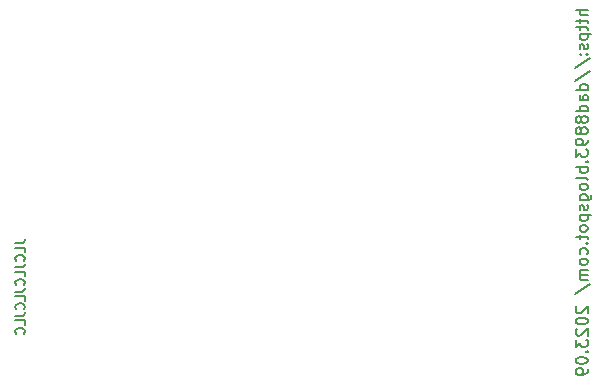
<source format=gbo>
G04 #@! TF.GenerationSoftware,KiCad,Pcbnew,7.0.7*
G04 #@! TF.CreationDate,2023-09-02T18:43:39+09:00*
G04 #@! TF.ProjectId,3340VCO_Panel,33333430-5643-44f5-9f50-616e656c2e6b,rev?*
G04 #@! TF.SameCoordinates,Original*
G04 #@! TF.FileFunction,Legend,Bot*
G04 #@! TF.FilePolarity,Positive*
%FSLAX46Y46*%
G04 Gerber Fmt 4.6, Leading zero omitted, Abs format (unit mm)*
G04 Created by KiCad (PCBNEW 7.0.7) date 2023-09-02 18:43:39*
%MOMM*%
%LPD*%
G01*
G04 APERTURE LIST*
%ADD10C,0.150000*%
%ADD11C,7.500000*%
%ADD12C,6.200000*%
%ADD13C,3.200000*%
%ADD14C,2.500000*%
%ADD15C,9.300000*%
G04 APERTURE END LIST*
D10*
X93684295Y-153917731D02*
X94255723Y-153917731D01*
X94255723Y-153917731D02*
X94370009Y-153879636D01*
X94370009Y-153879636D02*
X94446200Y-153803445D01*
X94446200Y-153803445D02*
X94484295Y-153689160D01*
X94484295Y-153689160D02*
X94484295Y-153612969D01*
X94484295Y-154679636D02*
X94484295Y-154298684D01*
X94484295Y-154298684D02*
X93684295Y-154298684D01*
X94408104Y-155403446D02*
X94446200Y-155365350D01*
X94446200Y-155365350D02*
X94484295Y-155251065D01*
X94484295Y-155251065D02*
X94484295Y-155174874D01*
X94484295Y-155174874D02*
X94446200Y-155060588D01*
X94446200Y-155060588D02*
X94370009Y-154984398D01*
X94370009Y-154984398D02*
X94293819Y-154946303D01*
X94293819Y-154946303D02*
X94141438Y-154908207D01*
X94141438Y-154908207D02*
X94027152Y-154908207D01*
X94027152Y-154908207D02*
X93874771Y-154946303D01*
X93874771Y-154946303D02*
X93798580Y-154984398D01*
X93798580Y-154984398D02*
X93722390Y-155060588D01*
X93722390Y-155060588D02*
X93684295Y-155174874D01*
X93684295Y-155174874D02*
X93684295Y-155251065D01*
X93684295Y-155251065D02*
X93722390Y-155365350D01*
X93722390Y-155365350D02*
X93760485Y-155403446D01*
X93684295Y-155974874D02*
X94255723Y-155974874D01*
X94255723Y-155974874D02*
X94370009Y-155936779D01*
X94370009Y-155936779D02*
X94446200Y-155860588D01*
X94446200Y-155860588D02*
X94484295Y-155746303D01*
X94484295Y-155746303D02*
X94484295Y-155670112D01*
X94484295Y-156736779D02*
X94484295Y-156355827D01*
X94484295Y-156355827D02*
X93684295Y-156355827D01*
X94408104Y-157460589D02*
X94446200Y-157422493D01*
X94446200Y-157422493D02*
X94484295Y-157308208D01*
X94484295Y-157308208D02*
X94484295Y-157232017D01*
X94484295Y-157232017D02*
X94446200Y-157117731D01*
X94446200Y-157117731D02*
X94370009Y-157041541D01*
X94370009Y-157041541D02*
X94293819Y-157003446D01*
X94293819Y-157003446D02*
X94141438Y-156965350D01*
X94141438Y-156965350D02*
X94027152Y-156965350D01*
X94027152Y-156965350D02*
X93874771Y-157003446D01*
X93874771Y-157003446D02*
X93798580Y-157041541D01*
X93798580Y-157041541D02*
X93722390Y-157117731D01*
X93722390Y-157117731D02*
X93684295Y-157232017D01*
X93684295Y-157232017D02*
X93684295Y-157308208D01*
X93684295Y-157308208D02*
X93722390Y-157422493D01*
X93722390Y-157422493D02*
X93760485Y-157460589D01*
X93684295Y-158032017D02*
X94255723Y-158032017D01*
X94255723Y-158032017D02*
X94370009Y-157993922D01*
X94370009Y-157993922D02*
X94446200Y-157917731D01*
X94446200Y-157917731D02*
X94484295Y-157803446D01*
X94484295Y-157803446D02*
X94484295Y-157727255D01*
X94484295Y-158793922D02*
X94484295Y-158412970D01*
X94484295Y-158412970D02*
X93684295Y-158412970D01*
X94408104Y-159517732D02*
X94446200Y-159479636D01*
X94446200Y-159479636D02*
X94484295Y-159365351D01*
X94484295Y-159365351D02*
X94484295Y-159289160D01*
X94484295Y-159289160D02*
X94446200Y-159174874D01*
X94446200Y-159174874D02*
X94370009Y-159098684D01*
X94370009Y-159098684D02*
X94293819Y-159060589D01*
X94293819Y-159060589D02*
X94141438Y-159022493D01*
X94141438Y-159022493D02*
X94027152Y-159022493D01*
X94027152Y-159022493D02*
X93874771Y-159060589D01*
X93874771Y-159060589D02*
X93798580Y-159098684D01*
X93798580Y-159098684D02*
X93722390Y-159174874D01*
X93722390Y-159174874D02*
X93684295Y-159289160D01*
X93684295Y-159289160D02*
X93684295Y-159365351D01*
X93684295Y-159365351D02*
X93722390Y-159479636D01*
X93722390Y-159479636D02*
X93760485Y-159517732D01*
X93684295Y-160089160D02*
X94255723Y-160089160D01*
X94255723Y-160089160D02*
X94370009Y-160051065D01*
X94370009Y-160051065D02*
X94446200Y-159974874D01*
X94446200Y-159974874D02*
X94484295Y-159860589D01*
X94484295Y-159860589D02*
X94484295Y-159784398D01*
X94484295Y-160851065D02*
X94484295Y-160470113D01*
X94484295Y-160470113D02*
X93684295Y-160470113D01*
X94408104Y-161574875D02*
X94446200Y-161536779D01*
X94446200Y-161536779D02*
X94484295Y-161422494D01*
X94484295Y-161422494D02*
X94484295Y-161346303D01*
X94484295Y-161346303D02*
X94446200Y-161232017D01*
X94446200Y-161232017D02*
X94370009Y-161155827D01*
X94370009Y-161155827D02*
X94293819Y-161117732D01*
X94293819Y-161117732D02*
X94141438Y-161079636D01*
X94141438Y-161079636D02*
X94027152Y-161079636D01*
X94027152Y-161079636D02*
X93874771Y-161117732D01*
X93874771Y-161117732D02*
X93798580Y-161155827D01*
X93798580Y-161155827D02*
X93722390Y-161232017D01*
X93722390Y-161232017D02*
X93684295Y-161346303D01*
X93684295Y-161346303D02*
X93684295Y-161422494D01*
X93684295Y-161422494D02*
X93722390Y-161536779D01*
X93722390Y-161536779D02*
X93760485Y-161574875D01*
X142129819Y-134176779D02*
X141129819Y-134176779D01*
X142129819Y-134605350D02*
X141606009Y-134605350D01*
X141606009Y-134605350D02*
X141510771Y-134557731D01*
X141510771Y-134557731D02*
X141463152Y-134462493D01*
X141463152Y-134462493D02*
X141463152Y-134319636D01*
X141463152Y-134319636D02*
X141510771Y-134224398D01*
X141510771Y-134224398D02*
X141558390Y-134176779D01*
X141463152Y-134938684D02*
X141463152Y-135319636D01*
X141129819Y-135081541D02*
X141986961Y-135081541D01*
X141986961Y-135081541D02*
X142082200Y-135129160D01*
X142082200Y-135129160D02*
X142129819Y-135224398D01*
X142129819Y-135224398D02*
X142129819Y-135319636D01*
X141463152Y-135510113D02*
X141463152Y-135891065D01*
X141129819Y-135652970D02*
X141986961Y-135652970D01*
X141986961Y-135652970D02*
X142082200Y-135700589D01*
X142082200Y-135700589D02*
X142129819Y-135795827D01*
X142129819Y-135795827D02*
X142129819Y-135891065D01*
X141463152Y-136224399D02*
X142463152Y-136224399D01*
X141510771Y-136224399D02*
X141463152Y-136319637D01*
X141463152Y-136319637D02*
X141463152Y-136510113D01*
X141463152Y-136510113D02*
X141510771Y-136605351D01*
X141510771Y-136605351D02*
X141558390Y-136652970D01*
X141558390Y-136652970D02*
X141653628Y-136700589D01*
X141653628Y-136700589D02*
X141939342Y-136700589D01*
X141939342Y-136700589D02*
X142034580Y-136652970D01*
X142034580Y-136652970D02*
X142082200Y-136605351D01*
X142082200Y-136605351D02*
X142129819Y-136510113D01*
X142129819Y-136510113D02*
X142129819Y-136319637D01*
X142129819Y-136319637D02*
X142082200Y-136224399D01*
X142082200Y-137081542D02*
X142129819Y-137176780D01*
X142129819Y-137176780D02*
X142129819Y-137367256D01*
X142129819Y-137367256D02*
X142082200Y-137462494D01*
X142082200Y-137462494D02*
X141986961Y-137510113D01*
X141986961Y-137510113D02*
X141939342Y-137510113D01*
X141939342Y-137510113D02*
X141844104Y-137462494D01*
X141844104Y-137462494D02*
X141796485Y-137367256D01*
X141796485Y-137367256D02*
X141796485Y-137224399D01*
X141796485Y-137224399D02*
X141748866Y-137129161D01*
X141748866Y-137129161D02*
X141653628Y-137081542D01*
X141653628Y-137081542D02*
X141606009Y-137081542D01*
X141606009Y-137081542D02*
X141510771Y-137129161D01*
X141510771Y-137129161D02*
X141463152Y-137224399D01*
X141463152Y-137224399D02*
X141463152Y-137367256D01*
X141463152Y-137367256D02*
X141510771Y-137462494D01*
X142034580Y-137938685D02*
X142082200Y-137986304D01*
X142082200Y-137986304D02*
X142129819Y-137938685D01*
X142129819Y-137938685D02*
X142082200Y-137891066D01*
X142082200Y-137891066D02*
X142034580Y-137938685D01*
X142034580Y-137938685D02*
X142129819Y-137938685D01*
X141510771Y-137938685D02*
X141558390Y-137986304D01*
X141558390Y-137986304D02*
X141606009Y-137938685D01*
X141606009Y-137938685D02*
X141558390Y-137891066D01*
X141558390Y-137891066D02*
X141510771Y-137938685D01*
X141510771Y-137938685D02*
X141606009Y-137938685D01*
X141082200Y-139129160D02*
X142367914Y-138272018D01*
X141082200Y-140176779D02*
X142367914Y-139319637D01*
X142129819Y-140938684D02*
X141129819Y-140938684D01*
X142082200Y-140938684D02*
X142129819Y-140843446D01*
X142129819Y-140843446D02*
X142129819Y-140652970D01*
X142129819Y-140652970D02*
X142082200Y-140557732D01*
X142082200Y-140557732D02*
X142034580Y-140510113D01*
X142034580Y-140510113D02*
X141939342Y-140462494D01*
X141939342Y-140462494D02*
X141653628Y-140462494D01*
X141653628Y-140462494D02*
X141558390Y-140510113D01*
X141558390Y-140510113D02*
X141510771Y-140557732D01*
X141510771Y-140557732D02*
X141463152Y-140652970D01*
X141463152Y-140652970D02*
X141463152Y-140843446D01*
X141463152Y-140843446D02*
X141510771Y-140938684D01*
X142129819Y-141843446D02*
X141606009Y-141843446D01*
X141606009Y-141843446D02*
X141510771Y-141795827D01*
X141510771Y-141795827D02*
X141463152Y-141700589D01*
X141463152Y-141700589D02*
X141463152Y-141510113D01*
X141463152Y-141510113D02*
X141510771Y-141414875D01*
X142082200Y-141843446D02*
X142129819Y-141748208D01*
X142129819Y-141748208D02*
X142129819Y-141510113D01*
X142129819Y-141510113D02*
X142082200Y-141414875D01*
X142082200Y-141414875D02*
X141986961Y-141367256D01*
X141986961Y-141367256D02*
X141891723Y-141367256D01*
X141891723Y-141367256D02*
X141796485Y-141414875D01*
X141796485Y-141414875D02*
X141748866Y-141510113D01*
X141748866Y-141510113D02*
X141748866Y-141748208D01*
X141748866Y-141748208D02*
X141701247Y-141843446D01*
X142129819Y-142748208D02*
X141129819Y-142748208D01*
X142082200Y-142748208D02*
X142129819Y-142652970D01*
X142129819Y-142652970D02*
X142129819Y-142462494D01*
X142129819Y-142462494D02*
X142082200Y-142367256D01*
X142082200Y-142367256D02*
X142034580Y-142319637D01*
X142034580Y-142319637D02*
X141939342Y-142272018D01*
X141939342Y-142272018D02*
X141653628Y-142272018D01*
X141653628Y-142272018D02*
X141558390Y-142319637D01*
X141558390Y-142319637D02*
X141510771Y-142367256D01*
X141510771Y-142367256D02*
X141463152Y-142462494D01*
X141463152Y-142462494D02*
X141463152Y-142652970D01*
X141463152Y-142652970D02*
X141510771Y-142748208D01*
X141558390Y-143367256D02*
X141510771Y-143272018D01*
X141510771Y-143272018D02*
X141463152Y-143224399D01*
X141463152Y-143224399D02*
X141367914Y-143176780D01*
X141367914Y-143176780D02*
X141320295Y-143176780D01*
X141320295Y-143176780D02*
X141225057Y-143224399D01*
X141225057Y-143224399D02*
X141177438Y-143272018D01*
X141177438Y-143272018D02*
X141129819Y-143367256D01*
X141129819Y-143367256D02*
X141129819Y-143557732D01*
X141129819Y-143557732D02*
X141177438Y-143652970D01*
X141177438Y-143652970D02*
X141225057Y-143700589D01*
X141225057Y-143700589D02*
X141320295Y-143748208D01*
X141320295Y-143748208D02*
X141367914Y-143748208D01*
X141367914Y-143748208D02*
X141463152Y-143700589D01*
X141463152Y-143700589D02*
X141510771Y-143652970D01*
X141510771Y-143652970D02*
X141558390Y-143557732D01*
X141558390Y-143557732D02*
X141558390Y-143367256D01*
X141558390Y-143367256D02*
X141606009Y-143272018D01*
X141606009Y-143272018D02*
X141653628Y-143224399D01*
X141653628Y-143224399D02*
X141748866Y-143176780D01*
X141748866Y-143176780D02*
X141939342Y-143176780D01*
X141939342Y-143176780D02*
X142034580Y-143224399D01*
X142034580Y-143224399D02*
X142082200Y-143272018D01*
X142082200Y-143272018D02*
X142129819Y-143367256D01*
X142129819Y-143367256D02*
X142129819Y-143557732D01*
X142129819Y-143557732D02*
X142082200Y-143652970D01*
X142082200Y-143652970D02*
X142034580Y-143700589D01*
X142034580Y-143700589D02*
X141939342Y-143748208D01*
X141939342Y-143748208D02*
X141748866Y-143748208D01*
X141748866Y-143748208D02*
X141653628Y-143700589D01*
X141653628Y-143700589D02*
X141606009Y-143652970D01*
X141606009Y-143652970D02*
X141558390Y-143557732D01*
X141558390Y-144319637D02*
X141510771Y-144224399D01*
X141510771Y-144224399D02*
X141463152Y-144176780D01*
X141463152Y-144176780D02*
X141367914Y-144129161D01*
X141367914Y-144129161D02*
X141320295Y-144129161D01*
X141320295Y-144129161D02*
X141225057Y-144176780D01*
X141225057Y-144176780D02*
X141177438Y-144224399D01*
X141177438Y-144224399D02*
X141129819Y-144319637D01*
X141129819Y-144319637D02*
X141129819Y-144510113D01*
X141129819Y-144510113D02*
X141177438Y-144605351D01*
X141177438Y-144605351D02*
X141225057Y-144652970D01*
X141225057Y-144652970D02*
X141320295Y-144700589D01*
X141320295Y-144700589D02*
X141367914Y-144700589D01*
X141367914Y-144700589D02*
X141463152Y-144652970D01*
X141463152Y-144652970D02*
X141510771Y-144605351D01*
X141510771Y-144605351D02*
X141558390Y-144510113D01*
X141558390Y-144510113D02*
X141558390Y-144319637D01*
X141558390Y-144319637D02*
X141606009Y-144224399D01*
X141606009Y-144224399D02*
X141653628Y-144176780D01*
X141653628Y-144176780D02*
X141748866Y-144129161D01*
X141748866Y-144129161D02*
X141939342Y-144129161D01*
X141939342Y-144129161D02*
X142034580Y-144176780D01*
X142034580Y-144176780D02*
X142082200Y-144224399D01*
X142082200Y-144224399D02*
X142129819Y-144319637D01*
X142129819Y-144319637D02*
X142129819Y-144510113D01*
X142129819Y-144510113D02*
X142082200Y-144605351D01*
X142082200Y-144605351D02*
X142034580Y-144652970D01*
X142034580Y-144652970D02*
X141939342Y-144700589D01*
X141939342Y-144700589D02*
X141748866Y-144700589D01*
X141748866Y-144700589D02*
X141653628Y-144652970D01*
X141653628Y-144652970D02*
X141606009Y-144605351D01*
X141606009Y-144605351D02*
X141558390Y-144510113D01*
X142129819Y-145176780D02*
X142129819Y-145367256D01*
X142129819Y-145367256D02*
X142082200Y-145462494D01*
X142082200Y-145462494D02*
X142034580Y-145510113D01*
X142034580Y-145510113D02*
X141891723Y-145605351D01*
X141891723Y-145605351D02*
X141701247Y-145652970D01*
X141701247Y-145652970D02*
X141320295Y-145652970D01*
X141320295Y-145652970D02*
X141225057Y-145605351D01*
X141225057Y-145605351D02*
X141177438Y-145557732D01*
X141177438Y-145557732D02*
X141129819Y-145462494D01*
X141129819Y-145462494D02*
X141129819Y-145272018D01*
X141129819Y-145272018D02*
X141177438Y-145176780D01*
X141177438Y-145176780D02*
X141225057Y-145129161D01*
X141225057Y-145129161D02*
X141320295Y-145081542D01*
X141320295Y-145081542D02*
X141558390Y-145081542D01*
X141558390Y-145081542D02*
X141653628Y-145129161D01*
X141653628Y-145129161D02*
X141701247Y-145176780D01*
X141701247Y-145176780D02*
X141748866Y-145272018D01*
X141748866Y-145272018D02*
X141748866Y-145462494D01*
X141748866Y-145462494D02*
X141701247Y-145557732D01*
X141701247Y-145557732D02*
X141653628Y-145605351D01*
X141653628Y-145605351D02*
X141558390Y-145652970D01*
X141129819Y-145986304D02*
X141129819Y-146605351D01*
X141129819Y-146605351D02*
X141510771Y-146272018D01*
X141510771Y-146272018D02*
X141510771Y-146414875D01*
X141510771Y-146414875D02*
X141558390Y-146510113D01*
X141558390Y-146510113D02*
X141606009Y-146557732D01*
X141606009Y-146557732D02*
X141701247Y-146605351D01*
X141701247Y-146605351D02*
X141939342Y-146605351D01*
X141939342Y-146605351D02*
X142034580Y-146557732D01*
X142034580Y-146557732D02*
X142082200Y-146510113D01*
X142082200Y-146510113D02*
X142129819Y-146414875D01*
X142129819Y-146414875D02*
X142129819Y-146129161D01*
X142129819Y-146129161D02*
X142082200Y-146033923D01*
X142082200Y-146033923D02*
X142034580Y-145986304D01*
X142034580Y-147033923D02*
X142082200Y-147081542D01*
X142082200Y-147081542D02*
X142129819Y-147033923D01*
X142129819Y-147033923D02*
X142082200Y-146986304D01*
X142082200Y-146986304D02*
X142034580Y-147033923D01*
X142034580Y-147033923D02*
X142129819Y-147033923D01*
X142129819Y-147510113D02*
X141129819Y-147510113D01*
X141510771Y-147510113D02*
X141463152Y-147605351D01*
X141463152Y-147605351D02*
X141463152Y-147795827D01*
X141463152Y-147795827D02*
X141510771Y-147891065D01*
X141510771Y-147891065D02*
X141558390Y-147938684D01*
X141558390Y-147938684D02*
X141653628Y-147986303D01*
X141653628Y-147986303D02*
X141939342Y-147986303D01*
X141939342Y-147986303D02*
X142034580Y-147938684D01*
X142034580Y-147938684D02*
X142082200Y-147891065D01*
X142082200Y-147891065D02*
X142129819Y-147795827D01*
X142129819Y-147795827D02*
X142129819Y-147605351D01*
X142129819Y-147605351D02*
X142082200Y-147510113D01*
X142129819Y-148557732D02*
X142082200Y-148462494D01*
X142082200Y-148462494D02*
X141986961Y-148414875D01*
X141986961Y-148414875D02*
X141129819Y-148414875D01*
X142129819Y-149081542D02*
X142082200Y-148986304D01*
X142082200Y-148986304D02*
X142034580Y-148938685D01*
X142034580Y-148938685D02*
X141939342Y-148891066D01*
X141939342Y-148891066D02*
X141653628Y-148891066D01*
X141653628Y-148891066D02*
X141558390Y-148938685D01*
X141558390Y-148938685D02*
X141510771Y-148986304D01*
X141510771Y-148986304D02*
X141463152Y-149081542D01*
X141463152Y-149081542D02*
X141463152Y-149224399D01*
X141463152Y-149224399D02*
X141510771Y-149319637D01*
X141510771Y-149319637D02*
X141558390Y-149367256D01*
X141558390Y-149367256D02*
X141653628Y-149414875D01*
X141653628Y-149414875D02*
X141939342Y-149414875D01*
X141939342Y-149414875D02*
X142034580Y-149367256D01*
X142034580Y-149367256D02*
X142082200Y-149319637D01*
X142082200Y-149319637D02*
X142129819Y-149224399D01*
X142129819Y-149224399D02*
X142129819Y-149081542D01*
X141463152Y-150272018D02*
X142272676Y-150272018D01*
X142272676Y-150272018D02*
X142367914Y-150224399D01*
X142367914Y-150224399D02*
X142415533Y-150176780D01*
X142415533Y-150176780D02*
X142463152Y-150081542D01*
X142463152Y-150081542D02*
X142463152Y-149938685D01*
X142463152Y-149938685D02*
X142415533Y-149843447D01*
X142082200Y-150272018D02*
X142129819Y-150176780D01*
X142129819Y-150176780D02*
X142129819Y-149986304D01*
X142129819Y-149986304D02*
X142082200Y-149891066D01*
X142082200Y-149891066D02*
X142034580Y-149843447D01*
X142034580Y-149843447D02*
X141939342Y-149795828D01*
X141939342Y-149795828D02*
X141653628Y-149795828D01*
X141653628Y-149795828D02*
X141558390Y-149843447D01*
X141558390Y-149843447D02*
X141510771Y-149891066D01*
X141510771Y-149891066D02*
X141463152Y-149986304D01*
X141463152Y-149986304D02*
X141463152Y-150176780D01*
X141463152Y-150176780D02*
X141510771Y-150272018D01*
X142082200Y-150700590D02*
X142129819Y-150795828D01*
X142129819Y-150795828D02*
X142129819Y-150986304D01*
X142129819Y-150986304D02*
X142082200Y-151081542D01*
X142082200Y-151081542D02*
X141986961Y-151129161D01*
X141986961Y-151129161D02*
X141939342Y-151129161D01*
X141939342Y-151129161D02*
X141844104Y-151081542D01*
X141844104Y-151081542D02*
X141796485Y-150986304D01*
X141796485Y-150986304D02*
X141796485Y-150843447D01*
X141796485Y-150843447D02*
X141748866Y-150748209D01*
X141748866Y-150748209D02*
X141653628Y-150700590D01*
X141653628Y-150700590D02*
X141606009Y-150700590D01*
X141606009Y-150700590D02*
X141510771Y-150748209D01*
X141510771Y-150748209D02*
X141463152Y-150843447D01*
X141463152Y-150843447D02*
X141463152Y-150986304D01*
X141463152Y-150986304D02*
X141510771Y-151081542D01*
X141463152Y-151557733D02*
X142463152Y-151557733D01*
X141510771Y-151557733D02*
X141463152Y-151652971D01*
X141463152Y-151652971D02*
X141463152Y-151843447D01*
X141463152Y-151843447D02*
X141510771Y-151938685D01*
X141510771Y-151938685D02*
X141558390Y-151986304D01*
X141558390Y-151986304D02*
X141653628Y-152033923D01*
X141653628Y-152033923D02*
X141939342Y-152033923D01*
X141939342Y-152033923D02*
X142034580Y-151986304D01*
X142034580Y-151986304D02*
X142082200Y-151938685D01*
X142082200Y-151938685D02*
X142129819Y-151843447D01*
X142129819Y-151843447D02*
X142129819Y-151652971D01*
X142129819Y-151652971D02*
X142082200Y-151557733D01*
X142129819Y-152605352D02*
X142082200Y-152510114D01*
X142082200Y-152510114D02*
X142034580Y-152462495D01*
X142034580Y-152462495D02*
X141939342Y-152414876D01*
X141939342Y-152414876D02*
X141653628Y-152414876D01*
X141653628Y-152414876D02*
X141558390Y-152462495D01*
X141558390Y-152462495D02*
X141510771Y-152510114D01*
X141510771Y-152510114D02*
X141463152Y-152605352D01*
X141463152Y-152605352D02*
X141463152Y-152748209D01*
X141463152Y-152748209D02*
X141510771Y-152843447D01*
X141510771Y-152843447D02*
X141558390Y-152891066D01*
X141558390Y-152891066D02*
X141653628Y-152938685D01*
X141653628Y-152938685D02*
X141939342Y-152938685D01*
X141939342Y-152938685D02*
X142034580Y-152891066D01*
X142034580Y-152891066D02*
X142082200Y-152843447D01*
X142082200Y-152843447D02*
X142129819Y-152748209D01*
X142129819Y-152748209D02*
X142129819Y-152605352D01*
X141463152Y-153224400D02*
X141463152Y-153605352D01*
X141129819Y-153367257D02*
X141986961Y-153367257D01*
X141986961Y-153367257D02*
X142082200Y-153414876D01*
X142082200Y-153414876D02*
X142129819Y-153510114D01*
X142129819Y-153510114D02*
X142129819Y-153605352D01*
X142034580Y-153938686D02*
X142082200Y-153986305D01*
X142082200Y-153986305D02*
X142129819Y-153938686D01*
X142129819Y-153938686D02*
X142082200Y-153891067D01*
X142082200Y-153891067D02*
X142034580Y-153938686D01*
X142034580Y-153938686D02*
X142129819Y-153938686D01*
X142082200Y-154843447D02*
X142129819Y-154748209D01*
X142129819Y-154748209D02*
X142129819Y-154557733D01*
X142129819Y-154557733D02*
X142082200Y-154462495D01*
X142082200Y-154462495D02*
X142034580Y-154414876D01*
X142034580Y-154414876D02*
X141939342Y-154367257D01*
X141939342Y-154367257D02*
X141653628Y-154367257D01*
X141653628Y-154367257D02*
X141558390Y-154414876D01*
X141558390Y-154414876D02*
X141510771Y-154462495D01*
X141510771Y-154462495D02*
X141463152Y-154557733D01*
X141463152Y-154557733D02*
X141463152Y-154748209D01*
X141463152Y-154748209D02*
X141510771Y-154843447D01*
X142129819Y-155414876D02*
X142082200Y-155319638D01*
X142082200Y-155319638D02*
X142034580Y-155272019D01*
X142034580Y-155272019D02*
X141939342Y-155224400D01*
X141939342Y-155224400D02*
X141653628Y-155224400D01*
X141653628Y-155224400D02*
X141558390Y-155272019D01*
X141558390Y-155272019D02*
X141510771Y-155319638D01*
X141510771Y-155319638D02*
X141463152Y-155414876D01*
X141463152Y-155414876D02*
X141463152Y-155557733D01*
X141463152Y-155557733D02*
X141510771Y-155652971D01*
X141510771Y-155652971D02*
X141558390Y-155700590D01*
X141558390Y-155700590D02*
X141653628Y-155748209D01*
X141653628Y-155748209D02*
X141939342Y-155748209D01*
X141939342Y-155748209D02*
X142034580Y-155700590D01*
X142034580Y-155700590D02*
X142082200Y-155652971D01*
X142082200Y-155652971D02*
X142129819Y-155557733D01*
X142129819Y-155557733D02*
X142129819Y-155414876D01*
X142129819Y-156176781D02*
X141463152Y-156176781D01*
X141558390Y-156176781D02*
X141510771Y-156224400D01*
X141510771Y-156224400D02*
X141463152Y-156319638D01*
X141463152Y-156319638D02*
X141463152Y-156462495D01*
X141463152Y-156462495D02*
X141510771Y-156557733D01*
X141510771Y-156557733D02*
X141606009Y-156605352D01*
X141606009Y-156605352D02*
X142129819Y-156605352D01*
X141606009Y-156605352D02*
X141510771Y-156652971D01*
X141510771Y-156652971D02*
X141463152Y-156748209D01*
X141463152Y-156748209D02*
X141463152Y-156891066D01*
X141463152Y-156891066D02*
X141510771Y-156986305D01*
X141510771Y-156986305D02*
X141606009Y-157033924D01*
X141606009Y-157033924D02*
X142129819Y-157033924D01*
X141082200Y-158224399D02*
X142367914Y-157367257D01*
X141225057Y-159272019D02*
X141177438Y-159319638D01*
X141177438Y-159319638D02*
X141129819Y-159414876D01*
X141129819Y-159414876D02*
X141129819Y-159652971D01*
X141129819Y-159652971D02*
X141177438Y-159748209D01*
X141177438Y-159748209D02*
X141225057Y-159795828D01*
X141225057Y-159795828D02*
X141320295Y-159843447D01*
X141320295Y-159843447D02*
X141415533Y-159843447D01*
X141415533Y-159843447D02*
X141558390Y-159795828D01*
X141558390Y-159795828D02*
X142129819Y-159224400D01*
X142129819Y-159224400D02*
X142129819Y-159843447D01*
X141129819Y-160462495D02*
X141129819Y-160557733D01*
X141129819Y-160557733D02*
X141177438Y-160652971D01*
X141177438Y-160652971D02*
X141225057Y-160700590D01*
X141225057Y-160700590D02*
X141320295Y-160748209D01*
X141320295Y-160748209D02*
X141510771Y-160795828D01*
X141510771Y-160795828D02*
X141748866Y-160795828D01*
X141748866Y-160795828D02*
X141939342Y-160748209D01*
X141939342Y-160748209D02*
X142034580Y-160700590D01*
X142034580Y-160700590D02*
X142082200Y-160652971D01*
X142082200Y-160652971D02*
X142129819Y-160557733D01*
X142129819Y-160557733D02*
X142129819Y-160462495D01*
X142129819Y-160462495D02*
X142082200Y-160367257D01*
X142082200Y-160367257D02*
X142034580Y-160319638D01*
X142034580Y-160319638D02*
X141939342Y-160272019D01*
X141939342Y-160272019D02*
X141748866Y-160224400D01*
X141748866Y-160224400D02*
X141510771Y-160224400D01*
X141510771Y-160224400D02*
X141320295Y-160272019D01*
X141320295Y-160272019D02*
X141225057Y-160319638D01*
X141225057Y-160319638D02*
X141177438Y-160367257D01*
X141177438Y-160367257D02*
X141129819Y-160462495D01*
X141225057Y-161176781D02*
X141177438Y-161224400D01*
X141177438Y-161224400D02*
X141129819Y-161319638D01*
X141129819Y-161319638D02*
X141129819Y-161557733D01*
X141129819Y-161557733D02*
X141177438Y-161652971D01*
X141177438Y-161652971D02*
X141225057Y-161700590D01*
X141225057Y-161700590D02*
X141320295Y-161748209D01*
X141320295Y-161748209D02*
X141415533Y-161748209D01*
X141415533Y-161748209D02*
X141558390Y-161700590D01*
X141558390Y-161700590D02*
X142129819Y-161129162D01*
X142129819Y-161129162D02*
X142129819Y-161748209D01*
X141129819Y-162081543D02*
X141129819Y-162700590D01*
X141129819Y-162700590D02*
X141510771Y-162367257D01*
X141510771Y-162367257D02*
X141510771Y-162510114D01*
X141510771Y-162510114D02*
X141558390Y-162605352D01*
X141558390Y-162605352D02*
X141606009Y-162652971D01*
X141606009Y-162652971D02*
X141701247Y-162700590D01*
X141701247Y-162700590D02*
X141939342Y-162700590D01*
X141939342Y-162700590D02*
X142034580Y-162652971D01*
X142034580Y-162652971D02*
X142082200Y-162605352D01*
X142082200Y-162605352D02*
X142129819Y-162510114D01*
X142129819Y-162510114D02*
X142129819Y-162224400D01*
X142129819Y-162224400D02*
X142082200Y-162129162D01*
X142082200Y-162129162D02*
X142034580Y-162081543D01*
X142034580Y-163129162D02*
X142082200Y-163176781D01*
X142082200Y-163176781D02*
X142129819Y-163129162D01*
X142129819Y-163129162D02*
X142082200Y-163081543D01*
X142082200Y-163081543D02*
X142034580Y-163129162D01*
X142034580Y-163129162D02*
X142129819Y-163129162D01*
X141129819Y-163795828D02*
X141129819Y-163891066D01*
X141129819Y-163891066D02*
X141177438Y-163986304D01*
X141177438Y-163986304D02*
X141225057Y-164033923D01*
X141225057Y-164033923D02*
X141320295Y-164081542D01*
X141320295Y-164081542D02*
X141510771Y-164129161D01*
X141510771Y-164129161D02*
X141748866Y-164129161D01*
X141748866Y-164129161D02*
X141939342Y-164081542D01*
X141939342Y-164081542D02*
X142034580Y-164033923D01*
X142034580Y-164033923D02*
X142082200Y-163986304D01*
X142082200Y-163986304D02*
X142129819Y-163891066D01*
X142129819Y-163891066D02*
X142129819Y-163795828D01*
X142129819Y-163795828D02*
X142082200Y-163700590D01*
X142082200Y-163700590D02*
X142034580Y-163652971D01*
X142034580Y-163652971D02*
X141939342Y-163605352D01*
X141939342Y-163605352D02*
X141748866Y-163557733D01*
X141748866Y-163557733D02*
X141510771Y-163557733D01*
X141510771Y-163557733D02*
X141320295Y-163605352D01*
X141320295Y-163605352D02*
X141225057Y-163652971D01*
X141225057Y-163652971D02*
X141177438Y-163700590D01*
X141177438Y-163700590D02*
X141129819Y-163795828D01*
X142129819Y-164605352D02*
X142129819Y-164795828D01*
X142129819Y-164795828D02*
X142082200Y-164891066D01*
X142082200Y-164891066D02*
X142034580Y-164938685D01*
X142034580Y-164938685D02*
X141891723Y-165033923D01*
X141891723Y-165033923D02*
X141701247Y-165081542D01*
X141701247Y-165081542D02*
X141320295Y-165081542D01*
X141320295Y-165081542D02*
X141225057Y-165033923D01*
X141225057Y-165033923D02*
X141177438Y-164986304D01*
X141177438Y-164986304D02*
X141129819Y-164891066D01*
X141129819Y-164891066D02*
X141129819Y-164700590D01*
X141129819Y-164700590D02*
X141177438Y-164605352D01*
X141177438Y-164605352D02*
X141225057Y-164557733D01*
X141225057Y-164557733D02*
X141320295Y-164510114D01*
X141320295Y-164510114D02*
X141558390Y-164510114D01*
X141558390Y-164510114D02*
X141653628Y-164557733D01*
X141653628Y-164557733D02*
X141701247Y-164605352D01*
X141701247Y-164605352D02*
X141748866Y-164700590D01*
X141748866Y-164700590D02*
X141748866Y-164891066D01*
X141748866Y-164891066D02*
X141701247Y-164986304D01*
X141701247Y-164986304D02*
X141653628Y-165033923D01*
X141653628Y-165033923D02*
X141558390Y-165081542D01*
%LPC*%
D11*
X132000000Y-122960000D03*
D12*
X114750000Y-122960000D03*
X100500000Y-143280000D03*
X100500000Y-102640000D03*
D13*
X135560000Y-164000000D03*
D11*
X132000000Y-62060000D03*
D14*
X106680000Y-89796000D03*
D11*
X132000000Y-102640000D03*
X132000000Y-82320000D03*
D13*
X100000000Y-164000000D03*
D12*
X114750000Y-143280000D03*
D11*
X132000000Y-143280000D03*
D12*
X100500000Y-122960000D03*
D15*
X106727771Y-82419842D03*
D12*
X114750000Y-102640000D03*
D13*
X135560000Y-41500000D03*
X100000000Y-41500000D03*
D12*
X106875000Y-62060000D03*
%LPD*%
M02*

</source>
